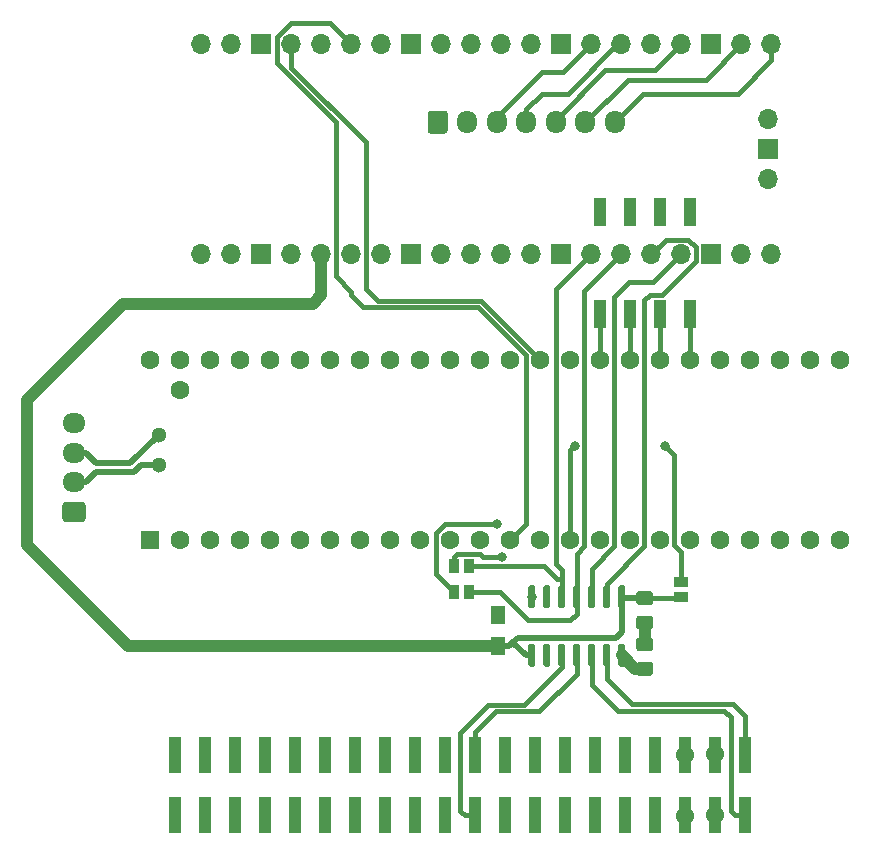
<source format=gbr>
G04 #@! TF.GenerationSoftware,KiCad,Pcbnew,(5.1.10)-1*
G04 #@! TF.CreationDate,2022-01-18T01:08:42+10:00*
G04 #@! TF.ProjectId,RedPyKeeb_MCU,52656450-794b-4656-9562-5f4d43552e6b,rev?*
G04 #@! TF.SameCoordinates,Original*
G04 #@! TF.FileFunction,Copper,L1,Top*
G04 #@! TF.FilePolarity,Positive*
%FSLAX46Y46*%
G04 Gerber Fmt 4.6, Leading zero omitted, Abs format (unit mm)*
G04 Created by KiCad (PCBNEW (5.1.10)-1) date 2022-01-18 01:08:42*
%MOMM*%
%LPD*%
G01*
G04 APERTURE LIST*
G04 #@! TA.AperFunction,SMDPad,CuDef*
%ADD10R,1.000000X3.150000*%
G04 #@! TD*
G04 #@! TA.AperFunction,ComponentPad*
%ADD11C,1.600000*%
G04 #@! TD*
G04 #@! TA.AperFunction,ComponentPad*
%ADD12R,1.600000X1.600000*%
G04 #@! TD*
G04 #@! TA.AperFunction,ComponentPad*
%ADD13C,1.300000*%
G04 #@! TD*
G04 #@! TA.AperFunction,SMDPad,CuDef*
%ADD14R,1.300000X1.500000*%
G04 #@! TD*
G04 #@! TA.AperFunction,ComponentPad*
%ADD15O,1.700000X1.950000*%
G04 #@! TD*
G04 #@! TA.AperFunction,ComponentPad*
%ADD16O,1.950000X1.700000*%
G04 #@! TD*
G04 #@! TA.AperFunction,ComponentPad*
%ADD17O,1.700000X1.700000*%
G04 #@! TD*
G04 #@! TA.AperFunction,ComponentPad*
%ADD18R,1.700000X1.700000*%
G04 #@! TD*
G04 #@! TA.AperFunction,SMDPad,CuDef*
%ADD19R,1.120000X2.440000*%
G04 #@! TD*
G04 #@! TA.AperFunction,SMDPad,CuDef*
%ADD20R,0.970000X1.270000*%
G04 #@! TD*
G04 #@! TA.AperFunction,SMDPad,CuDef*
%ADD21R,1.270000X0.970000*%
G04 #@! TD*
G04 #@! TA.AperFunction,ViaPad*
%ADD22C,0.800000*%
G04 #@! TD*
G04 #@! TA.AperFunction,ViaPad*
%ADD23C,1.524000*%
G04 #@! TD*
G04 #@! TA.AperFunction,Conductor*
%ADD24C,1.016000*%
G04 #@! TD*
G04 #@! TA.AperFunction,Conductor*
%ADD25C,0.381000*%
G04 #@! TD*
G04 #@! TA.AperFunction,Conductor*
%ADD26C,0.508000*%
G04 #@! TD*
G04 APERTURE END LIST*
D10*
X76150000Y-87275000D03*
X76150000Y-82225000D03*
X81230000Y-82225240D03*
X78690000Y-82225000D03*
X78690000Y-87275000D03*
X73610000Y-87275000D03*
X68530000Y-87275000D03*
X71070000Y-87275000D03*
X73610000Y-82225000D03*
X81230000Y-87275000D03*
X60910000Y-87275000D03*
X65990000Y-87275000D03*
X65990000Y-82225000D03*
X63450000Y-82225000D03*
X60910000Y-82225000D03*
X40590000Y-82225000D03*
X53290000Y-82225000D03*
X55830000Y-87275000D03*
X45670000Y-87275000D03*
X43130000Y-82225000D03*
X38050000Y-87275000D03*
X55830000Y-82225000D03*
X53290000Y-87275000D03*
X38050000Y-82225000D03*
X50750000Y-82225000D03*
X58370000Y-87275000D03*
X45670000Y-82225000D03*
X58370000Y-82225000D03*
X48210000Y-87275000D03*
X48210000Y-82225000D03*
X35510000Y-87275000D03*
X35510000Y-82225000D03*
X63450000Y-87275000D03*
X43130000Y-87275000D03*
X40590000Y-87275000D03*
X68530000Y-82225000D03*
X32970000Y-87275000D03*
X32970000Y-82225240D03*
X71070000Y-82225000D03*
X50750000Y-87275000D03*
D11*
X33395000Y-51252000D03*
X30855000Y-48712000D03*
X33395000Y-48712000D03*
X35935000Y-48712000D03*
X38475000Y-48712000D03*
X41015000Y-48712000D03*
X43555000Y-48712000D03*
X46095000Y-48712000D03*
X48635000Y-48712000D03*
X51175000Y-48712000D03*
X53715000Y-48712000D03*
X56255000Y-48712000D03*
X58795000Y-48712000D03*
X61335000Y-48712000D03*
X63875000Y-48712000D03*
D12*
X30855000Y-63952000D03*
D11*
X33395000Y-63952000D03*
X35935000Y-63952000D03*
X38475000Y-63952000D03*
X41015000Y-63952000D03*
X43555000Y-63952000D03*
X46095000Y-63952000D03*
X48635000Y-63952000D03*
X51175000Y-63952000D03*
X53715000Y-63952000D03*
X56255000Y-63952000D03*
X58795000Y-63952000D03*
X61335000Y-63952000D03*
X66415000Y-48712000D03*
X68955000Y-48712000D03*
X71495000Y-48712000D03*
X74035000Y-48712000D03*
X76575000Y-48712000D03*
X79115000Y-48712000D03*
X81655000Y-48712000D03*
X84195000Y-48712000D03*
X86735000Y-48712000D03*
X89275000Y-48712000D03*
X89275000Y-63952000D03*
X86735000Y-63952000D03*
X84195000Y-63952000D03*
X81655000Y-63952000D03*
X63875000Y-63952000D03*
X66415000Y-63952000D03*
X68955000Y-63952000D03*
X79115000Y-63952000D03*
X76575000Y-63952000D03*
X74035000Y-63952000D03*
X71495000Y-63952000D03*
D13*
X31585000Y-57602000D03*
X31585000Y-55062000D03*
D14*
X60268200Y-72994400D03*
X60268200Y-70294400D03*
G04 #@! TA.AperFunction,SMDPad,CuDef*
G36*
G01*
X70633800Y-72767200D02*
X70933800Y-72767200D01*
G75*
G02*
X71083800Y-72917200I0J-150000D01*
G01*
X71083800Y-74567200D01*
G75*
G02*
X70933800Y-74717200I-150000J0D01*
G01*
X70633800Y-74717200D01*
G75*
G02*
X70483800Y-74567200I0J150000D01*
G01*
X70483800Y-72917200D01*
G75*
G02*
X70633800Y-72767200I150000J0D01*
G01*
G37*
G04 #@! TD.AperFunction*
G04 #@! TA.AperFunction,SMDPad,CuDef*
G36*
G01*
X69363800Y-72767200D02*
X69663800Y-72767200D01*
G75*
G02*
X69813800Y-72917200I0J-150000D01*
G01*
X69813800Y-74567200D01*
G75*
G02*
X69663800Y-74717200I-150000J0D01*
G01*
X69363800Y-74717200D01*
G75*
G02*
X69213800Y-74567200I0J150000D01*
G01*
X69213800Y-72917200D01*
G75*
G02*
X69363800Y-72767200I150000J0D01*
G01*
G37*
G04 #@! TD.AperFunction*
G04 #@! TA.AperFunction,SMDPad,CuDef*
G36*
G01*
X68093800Y-72767200D02*
X68393800Y-72767200D01*
G75*
G02*
X68543800Y-72917200I0J-150000D01*
G01*
X68543800Y-74567200D01*
G75*
G02*
X68393800Y-74717200I-150000J0D01*
G01*
X68093800Y-74717200D01*
G75*
G02*
X67943800Y-74567200I0J150000D01*
G01*
X67943800Y-72917200D01*
G75*
G02*
X68093800Y-72767200I150000J0D01*
G01*
G37*
G04 #@! TD.AperFunction*
G04 #@! TA.AperFunction,SMDPad,CuDef*
G36*
G01*
X66823800Y-72767200D02*
X67123800Y-72767200D01*
G75*
G02*
X67273800Y-72917200I0J-150000D01*
G01*
X67273800Y-74567200D01*
G75*
G02*
X67123800Y-74717200I-150000J0D01*
G01*
X66823800Y-74717200D01*
G75*
G02*
X66673800Y-74567200I0J150000D01*
G01*
X66673800Y-72917200D01*
G75*
G02*
X66823800Y-72767200I150000J0D01*
G01*
G37*
G04 #@! TD.AperFunction*
G04 #@! TA.AperFunction,SMDPad,CuDef*
G36*
G01*
X65553800Y-72767200D02*
X65853800Y-72767200D01*
G75*
G02*
X66003800Y-72917200I0J-150000D01*
G01*
X66003800Y-74567200D01*
G75*
G02*
X65853800Y-74717200I-150000J0D01*
G01*
X65553800Y-74717200D01*
G75*
G02*
X65403800Y-74567200I0J150000D01*
G01*
X65403800Y-72917200D01*
G75*
G02*
X65553800Y-72767200I150000J0D01*
G01*
G37*
G04 #@! TD.AperFunction*
G04 #@! TA.AperFunction,SMDPad,CuDef*
G36*
G01*
X64283800Y-72767200D02*
X64583800Y-72767200D01*
G75*
G02*
X64733800Y-72917200I0J-150000D01*
G01*
X64733800Y-74567200D01*
G75*
G02*
X64583800Y-74717200I-150000J0D01*
G01*
X64283800Y-74717200D01*
G75*
G02*
X64133800Y-74567200I0J150000D01*
G01*
X64133800Y-72917200D01*
G75*
G02*
X64283800Y-72767200I150000J0D01*
G01*
G37*
G04 #@! TD.AperFunction*
G04 #@! TA.AperFunction,SMDPad,CuDef*
G36*
G01*
X63013800Y-72767200D02*
X63313800Y-72767200D01*
G75*
G02*
X63463800Y-72917200I0J-150000D01*
G01*
X63463800Y-74567200D01*
G75*
G02*
X63313800Y-74717200I-150000J0D01*
G01*
X63013800Y-74717200D01*
G75*
G02*
X62863800Y-74567200I0J150000D01*
G01*
X62863800Y-72917200D01*
G75*
G02*
X63013800Y-72767200I150000J0D01*
G01*
G37*
G04 #@! TD.AperFunction*
G04 #@! TA.AperFunction,SMDPad,CuDef*
G36*
G01*
X63013800Y-67817200D02*
X63313800Y-67817200D01*
G75*
G02*
X63463800Y-67967200I0J-150000D01*
G01*
X63463800Y-69617200D01*
G75*
G02*
X63313800Y-69767200I-150000J0D01*
G01*
X63013800Y-69767200D01*
G75*
G02*
X62863800Y-69617200I0J150000D01*
G01*
X62863800Y-67967200D01*
G75*
G02*
X63013800Y-67817200I150000J0D01*
G01*
G37*
G04 #@! TD.AperFunction*
G04 #@! TA.AperFunction,SMDPad,CuDef*
G36*
G01*
X64283800Y-67817200D02*
X64583800Y-67817200D01*
G75*
G02*
X64733800Y-67967200I0J-150000D01*
G01*
X64733800Y-69617200D01*
G75*
G02*
X64583800Y-69767200I-150000J0D01*
G01*
X64283800Y-69767200D01*
G75*
G02*
X64133800Y-69617200I0J150000D01*
G01*
X64133800Y-67967200D01*
G75*
G02*
X64283800Y-67817200I150000J0D01*
G01*
G37*
G04 #@! TD.AperFunction*
G04 #@! TA.AperFunction,SMDPad,CuDef*
G36*
G01*
X65553800Y-67817200D02*
X65853800Y-67817200D01*
G75*
G02*
X66003800Y-67967200I0J-150000D01*
G01*
X66003800Y-69617200D01*
G75*
G02*
X65853800Y-69767200I-150000J0D01*
G01*
X65553800Y-69767200D01*
G75*
G02*
X65403800Y-69617200I0J150000D01*
G01*
X65403800Y-67967200D01*
G75*
G02*
X65553800Y-67817200I150000J0D01*
G01*
G37*
G04 #@! TD.AperFunction*
G04 #@! TA.AperFunction,SMDPad,CuDef*
G36*
G01*
X66823800Y-67817200D02*
X67123800Y-67817200D01*
G75*
G02*
X67273800Y-67967200I0J-150000D01*
G01*
X67273800Y-69617200D01*
G75*
G02*
X67123800Y-69767200I-150000J0D01*
G01*
X66823800Y-69767200D01*
G75*
G02*
X66673800Y-69617200I0J150000D01*
G01*
X66673800Y-67967200D01*
G75*
G02*
X66823800Y-67817200I150000J0D01*
G01*
G37*
G04 #@! TD.AperFunction*
G04 #@! TA.AperFunction,SMDPad,CuDef*
G36*
G01*
X68093800Y-67817200D02*
X68393800Y-67817200D01*
G75*
G02*
X68543800Y-67967200I0J-150000D01*
G01*
X68543800Y-69617200D01*
G75*
G02*
X68393800Y-69767200I-150000J0D01*
G01*
X68093800Y-69767200D01*
G75*
G02*
X67943800Y-69617200I0J150000D01*
G01*
X67943800Y-67967200D01*
G75*
G02*
X68093800Y-67817200I150000J0D01*
G01*
G37*
G04 #@! TD.AperFunction*
G04 #@! TA.AperFunction,SMDPad,CuDef*
G36*
G01*
X69363800Y-67817200D02*
X69663800Y-67817200D01*
G75*
G02*
X69813800Y-67967200I0J-150000D01*
G01*
X69813800Y-69617200D01*
G75*
G02*
X69663800Y-69767200I-150000J0D01*
G01*
X69363800Y-69767200D01*
G75*
G02*
X69213800Y-69617200I0J150000D01*
G01*
X69213800Y-67967200D01*
G75*
G02*
X69363800Y-67817200I150000J0D01*
G01*
G37*
G04 #@! TD.AperFunction*
G04 #@! TA.AperFunction,SMDPad,CuDef*
G36*
G01*
X70633800Y-67817200D02*
X70933800Y-67817200D01*
G75*
G02*
X71083800Y-67967200I0J-150000D01*
G01*
X71083800Y-69617200D01*
G75*
G02*
X70933800Y-69767200I-150000J0D01*
G01*
X70633800Y-69767200D01*
G75*
G02*
X70483800Y-69617200I0J150000D01*
G01*
X70483800Y-67967200D01*
G75*
G02*
X70633800Y-67817200I150000J0D01*
G01*
G37*
G04 #@! TD.AperFunction*
D15*
X70200000Y-28600000D03*
X67700000Y-28600000D03*
X65200000Y-28600000D03*
X62700000Y-28600000D03*
X60200000Y-28600000D03*
X57700000Y-28600000D03*
G04 #@! TA.AperFunction,ComponentPad*
G36*
G01*
X54350000Y-29325000D02*
X54350000Y-27875000D01*
G75*
G02*
X54600000Y-27625000I250000J0D01*
G01*
X55800000Y-27625000D01*
G75*
G02*
X56050000Y-27875000I0J-250000D01*
G01*
X56050000Y-29325000D01*
G75*
G02*
X55800000Y-29575000I-250000J0D01*
G01*
X54600000Y-29575000D01*
G75*
G02*
X54350000Y-29325000I0J250000D01*
G01*
G37*
G04 #@! TD.AperFunction*
D16*
X24403400Y-54115200D03*
X24403400Y-56615200D03*
X24403400Y-59115200D03*
G04 #@! TA.AperFunction,ComponentPad*
G36*
G01*
X25128400Y-62465200D02*
X23678400Y-62465200D01*
G75*
G02*
X23428400Y-62215200I0J250000D01*
G01*
X23428400Y-61015200D01*
G75*
G02*
X23678400Y-60765200I250000J0D01*
G01*
X25128400Y-60765200D01*
G75*
G02*
X25378400Y-61015200I0J-250000D01*
G01*
X25378400Y-62215200D01*
G75*
G02*
X25128400Y-62465200I-250000J0D01*
G01*
G37*
G04 #@! TD.AperFunction*
G04 #@! TA.AperFunction,SMDPad,CuDef*
G36*
G01*
X72239200Y-72233000D02*
X73189200Y-72233000D01*
G75*
G02*
X73439200Y-72483000I0J-250000D01*
G01*
X73439200Y-73158000D01*
G75*
G02*
X73189200Y-73408000I-250000J0D01*
G01*
X72239200Y-73408000D01*
G75*
G02*
X71989200Y-73158000I0J250000D01*
G01*
X71989200Y-72483000D01*
G75*
G02*
X72239200Y-72233000I250000J0D01*
G01*
G37*
G04 #@! TD.AperFunction*
G04 #@! TA.AperFunction,SMDPad,CuDef*
G36*
G01*
X72239200Y-74308000D02*
X73189200Y-74308000D01*
G75*
G02*
X73439200Y-74558000I0J-250000D01*
G01*
X73439200Y-75233000D01*
G75*
G02*
X73189200Y-75483000I-250000J0D01*
G01*
X72239200Y-75483000D01*
G75*
G02*
X71989200Y-75233000I0J250000D01*
G01*
X71989200Y-74558000D01*
G75*
G02*
X72239200Y-74308000I250000J0D01*
G01*
G37*
G04 #@! TD.AperFunction*
G04 #@! TA.AperFunction,SMDPad,CuDef*
G36*
G01*
X73189200Y-69496400D02*
X72239200Y-69496400D01*
G75*
G02*
X71989200Y-69246400I0J250000D01*
G01*
X71989200Y-68571400D01*
G75*
G02*
X72239200Y-68321400I250000J0D01*
G01*
X73189200Y-68321400D01*
G75*
G02*
X73439200Y-68571400I0J-250000D01*
G01*
X73439200Y-69246400D01*
G75*
G02*
X73189200Y-69496400I-250000J0D01*
G01*
G37*
G04 #@! TD.AperFunction*
G04 #@! TA.AperFunction,SMDPad,CuDef*
G36*
G01*
X73189200Y-71571400D02*
X72239200Y-71571400D01*
G75*
G02*
X71989200Y-71321400I0J250000D01*
G01*
X71989200Y-70646400D01*
G75*
G02*
X72239200Y-70396400I250000J0D01*
G01*
X73189200Y-70396400D01*
G75*
G02*
X73439200Y-70646400I0J-250000D01*
G01*
X73439200Y-71321400D01*
G75*
G02*
X73189200Y-71571400I-250000J0D01*
G01*
G37*
G04 #@! TD.AperFunction*
D17*
X83200000Y-33440000D03*
D18*
X83200000Y-30900000D03*
D17*
X83200000Y-28360000D03*
X35170000Y-39790000D03*
X37710000Y-39790000D03*
D18*
X40250000Y-39790000D03*
D17*
X42790000Y-39790000D03*
X45330000Y-39790000D03*
X47870000Y-39790000D03*
X50410000Y-39790000D03*
D18*
X52950000Y-39790000D03*
D17*
X55490000Y-39790000D03*
X58030000Y-39790000D03*
X60570000Y-39790000D03*
X63110000Y-39790000D03*
D18*
X65650000Y-39790000D03*
D17*
X68190000Y-39790000D03*
X70730000Y-39790000D03*
X73270000Y-39790000D03*
X75810000Y-39790000D03*
D18*
X78350000Y-39790000D03*
D17*
X80890000Y-39790000D03*
X83430000Y-39790000D03*
X83430000Y-22010000D03*
X80890000Y-22010000D03*
D18*
X78350000Y-22010000D03*
D17*
X75810000Y-22010000D03*
X73270000Y-22010000D03*
X70730000Y-22010000D03*
X68190000Y-22010000D03*
D18*
X65650000Y-22010000D03*
D17*
X63110000Y-22010000D03*
X60570000Y-22010000D03*
X58030000Y-22010000D03*
X55490000Y-22010000D03*
D18*
X52950000Y-22010000D03*
D17*
X50410000Y-22010000D03*
X47870000Y-22010000D03*
X45330000Y-22010000D03*
X42790000Y-22010000D03*
D18*
X40250000Y-22010000D03*
D17*
X37710000Y-22010000D03*
X35170000Y-22010000D03*
D19*
X76575000Y-44838200D03*
X68955000Y-36228200D03*
X74035000Y-44838200D03*
X71495000Y-36228200D03*
X71495000Y-44838200D03*
X74035000Y-36228200D03*
X68955000Y-44838200D03*
X76575000Y-36228200D03*
D20*
X56560000Y-66200000D03*
X57840000Y-66200000D03*
X57840000Y-68400000D03*
X56560000Y-68400000D03*
D21*
X75800000Y-67520000D03*
X75800000Y-68800000D03*
D22*
X40590000Y-82225000D03*
X60217400Y-70302000D03*
X72714200Y-70962400D03*
X63163800Y-68778000D03*
D23*
X76137300Y-87340800D03*
X76150000Y-82197300D03*
D22*
X48210000Y-87275000D03*
X48210000Y-82225000D03*
X45670000Y-87275000D03*
X45670000Y-82225000D03*
X43130000Y-87275000D03*
X43130000Y-82225000D03*
X40590000Y-87275000D03*
X50750000Y-82225000D03*
X50750000Y-87275000D03*
X53290000Y-82225000D03*
X53290000Y-87275000D03*
X55830000Y-82225000D03*
X55830000Y-87275000D03*
X60910000Y-82225000D03*
X68530000Y-82225000D03*
X65990000Y-87275000D03*
X65990000Y-82225000D03*
X63450000Y-87275000D03*
X63450000Y-82225000D03*
X60910000Y-87275000D03*
X58370000Y-87275000D03*
X58370000Y-82130000D03*
X72714200Y-74895500D03*
D23*
X78715400Y-82146500D03*
X78690000Y-87302700D03*
D22*
X38050000Y-87275000D03*
X38050000Y-82225000D03*
X35510000Y-87275000D03*
X35510000Y-82225000D03*
X32970000Y-87275000D03*
X32970000Y-82225000D03*
X68530000Y-87275000D03*
X81230000Y-87275000D03*
X81242700Y-82222700D03*
X74400000Y-56000000D03*
X66800000Y-56000000D03*
X71100000Y-82200000D03*
X71100000Y-87300000D03*
X73600000Y-82200000D03*
X73600000Y-87300000D03*
X68971800Y-36228200D03*
X71495000Y-36228200D03*
X74035000Y-36228200D03*
X76575000Y-36228200D03*
X74035000Y-44838200D03*
X76575000Y-44838200D03*
X71495000Y-44838200D03*
X68955000Y-44838200D03*
X60600000Y-65400000D03*
X60200000Y-62600000D03*
D24*
X72714200Y-70962400D02*
X72714200Y-72820500D01*
D25*
X65703800Y-73742200D02*
X65703800Y-74717200D01*
X65703800Y-74717200D02*
X62502010Y-77918990D01*
X62502010Y-77918990D02*
X59481010Y-77918990D01*
X59481010Y-77918990D02*
X57100000Y-80300000D01*
X57100000Y-80300000D02*
X57100000Y-86900000D01*
X57475000Y-87275000D02*
X57100000Y-86900000D01*
X58370000Y-87275000D02*
X57475000Y-87275000D01*
X66973800Y-73742200D02*
X66973800Y-75326200D01*
X63800000Y-78500000D02*
X66973800Y-75326200D01*
X60100000Y-78500000D02*
X63800000Y-78500000D01*
X58370000Y-80230000D02*
X60100000Y-78500000D01*
X58370000Y-82225000D02*
X58370000Y-80230000D01*
X58370000Y-82130000D02*
X58370000Y-80230000D01*
X60100000Y-78500000D02*
X61534315Y-78500000D01*
X66973800Y-75326200D02*
X66973800Y-74747872D01*
D24*
X71937100Y-74895500D02*
X72714200Y-74895500D01*
X70783800Y-73742200D02*
X71937100Y-74895500D01*
D26*
X29474774Y-58244200D02*
X30116974Y-57602000D01*
X26249400Y-58244200D02*
X29474774Y-58244200D01*
X30116974Y-57602000D02*
X31585000Y-57602000D01*
X25378400Y-59115200D02*
X26249400Y-58244200D01*
X24403400Y-59115200D02*
X25378400Y-59115200D01*
X29160800Y-57486200D02*
X31585000Y-55062000D01*
X25378400Y-56615200D02*
X26249400Y-57486200D01*
X24403400Y-56615200D02*
X25378400Y-56615200D01*
X26249400Y-57486200D02*
X29160800Y-57486200D01*
D25*
X65800000Y-24400000D02*
X68190000Y-22010000D01*
X60200000Y-28200000D02*
X64000000Y-24400000D01*
X60200000Y-28600000D02*
X60200000Y-28200000D01*
X64000000Y-24400000D02*
X65800000Y-24400000D01*
X62700000Y-28600000D02*
X62700000Y-27500000D01*
X70730000Y-22010000D02*
X70390000Y-22010000D01*
X66200000Y-26200000D02*
X64000000Y-26200000D01*
X70390000Y-22010000D02*
X66200000Y-26200000D01*
X62700000Y-27500000D02*
X64000000Y-26200000D01*
X83430000Y-22010000D02*
X83430000Y-23370000D01*
X83430000Y-23370000D02*
X80600000Y-26200000D01*
X72600000Y-26200000D02*
X70200000Y-28600000D01*
X80600000Y-26200000D02*
X72600000Y-26200000D01*
X80890000Y-22010000D02*
X77900000Y-25000000D01*
X71300000Y-25000000D02*
X67700000Y-28600000D01*
X77900000Y-25000000D02*
X71300000Y-25000000D01*
X75810000Y-22010000D02*
X73620000Y-24200000D01*
X73620000Y-24200000D02*
X69400000Y-24200000D01*
X65200000Y-28400000D02*
X65200000Y-28600000D01*
X69400000Y-24200000D02*
X65200000Y-28400000D01*
X68243800Y-76243800D02*
X68243800Y-73742200D01*
X70450000Y-78450000D02*
X68243800Y-76243800D01*
X79450000Y-78450000D02*
X70450000Y-78450000D01*
X79450000Y-78450000D02*
X80000000Y-79000000D01*
X80000000Y-79000000D02*
X80000000Y-86900000D01*
X80375000Y-87275000D02*
X81230000Y-87275000D01*
X80000000Y-86900000D02*
X80375000Y-87275000D01*
X69513800Y-73742200D02*
X69513800Y-75763800D01*
X69513800Y-75763800D02*
X71618990Y-77868990D01*
X71618990Y-77868990D02*
X80216390Y-77868990D01*
X81230000Y-78882600D02*
X81230000Y-82225240D01*
X80216390Y-77868990D02*
X81230000Y-78882600D01*
X75225501Y-64425501D02*
X75225501Y-56825501D01*
X75800000Y-65000000D02*
X75225501Y-64425501D01*
X75800000Y-67520000D02*
X75800000Y-65000000D01*
X75225501Y-56825501D02*
X74400000Y-56000000D01*
X66415000Y-56385000D02*
X66800000Y-56000000D01*
X66415000Y-63952000D02*
X66415000Y-56385000D01*
X74510501Y-38549499D02*
X73270000Y-39790000D01*
X77050501Y-39194559D02*
X76405441Y-38549499D01*
X74208243Y-43227699D02*
X77050501Y-40385441D01*
X77050501Y-40385441D02*
X77050501Y-39194559D01*
X73162599Y-43227699D02*
X74208243Y-43227699D01*
X72685501Y-43704797D02*
X73162599Y-43227699D01*
X76405441Y-38549499D02*
X74510501Y-38549499D01*
X72685501Y-64523441D02*
X72685501Y-43704797D01*
X69513800Y-67695142D02*
X72685501Y-64523441D01*
X69513800Y-68792200D02*
X69513800Y-67695142D01*
X68243800Y-66425142D02*
X70145501Y-64523441D01*
X70145501Y-64523441D02*
X70145501Y-43408403D01*
X68243800Y-68792200D02*
X68243800Y-66425142D01*
X73458107Y-42141893D02*
X75810000Y-39790000D01*
X71412011Y-42141893D02*
X73458107Y-42141893D01*
X70145501Y-43408403D02*
X71412011Y-42141893D01*
X67605501Y-64510800D02*
X67605501Y-42914499D01*
X66973800Y-65142501D02*
X67605501Y-64510800D01*
X66973800Y-68792200D02*
X66973800Y-65142501D01*
X67605501Y-42914499D02*
X70730000Y-39790000D01*
X60476702Y-68400000D02*
X62876702Y-70800000D01*
X57840000Y-68400000D02*
X60476702Y-68400000D01*
X62876702Y-70800000D02*
X66400000Y-70800000D01*
X66973800Y-70226200D02*
X66973800Y-68792200D01*
X66400000Y-70800000D02*
X66973800Y-70226200D01*
X65703800Y-66503800D02*
X65224499Y-66024499D01*
X65224499Y-66024499D02*
X65224499Y-42755501D01*
X65224499Y-42755501D02*
X68190000Y-39790000D01*
X57840000Y-66200000D02*
X64200000Y-66200000D01*
X65296200Y-67296200D02*
X65703800Y-67296200D01*
X64200000Y-66200000D02*
X65296200Y-67296200D01*
X65703800Y-67296200D02*
X65703800Y-66503800D01*
X65703800Y-68792200D02*
X65703800Y-67296200D01*
X74035000Y-44838200D02*
X74035000Y-48712000D01*
X76575000Y-44838200D02*
X76575000Y-48712000D01*
X71495000Y-44838200D02*
X71495000Y-48712000D01*
X68955000Y-44838200D02*
X68955000Y-48712000D01*
X58881500Y-43718500D02*
X63875000Y-48712000D01*
X50135598Y-43718500D02*
X58881500Y-43718500D01*
X49110501Y-30310501D02*
X49110501Y-42693403D01*
X49110501Y-42693403D02*
X50135598Y-43718500D01*
X42790000Y-23990000D02*
X42790000Y-22010000D01*
X49110501Y-30310501D02*
X42790000Y-23990000D01*
X62684499Y-62602501D02*
X61335000Y-63952000D01*
X58640838Y-44299510D02*
X62684499Y-48343171D01*
X48899510Y-44299510D02*
X58640838Y-44299510D01*
X47870000Y-43270000D02*
X48899510Y-44299510D01*
X62684499Y-48343171D02*
X62684499Y-62602501D01*
X41549499Y-23571171D02*
X41549499Y-21414559D01*
X46570501Y-28592173D02*
X41549499Y-23571171D01*
X46570501Y-41675561D02*
X46570501Y-28592173D01*
X47870000Y-42975060D02*
X46570501Y-41675561D01*
X41549499Y-21414559D02*
X42764058Y-20200000D01*
X47870000Y-43270000D02*
X47870000Y-42975060D01*
X46060000Y-20200000D02*
X47870000Y-22010000D01*
X42764058Y-20200000D02*
X46060000Y-20200000D01*
D26*
X70900500Y-68908900D02*
X70783800Y-68792200D01*
X72714200Y-68908900D02*
X70900500Y-68908900D01*
X70296610Y-72262390D02*
X70783800Y-71775200D01*
X61965410Y-72262390D02*
X70296610Y-72262390D01*
X70783800Y-71775200D02*
X70783800Y-68792200D01*
X61589000Y-72689600D02*
X62641600Y-73742200D01*
X61589000Y-72638800D02*
X61589000Y-72689600D01*
X61965410Y-72262390D02*
X61589000Y-72638800D01*
X61589000Y-72638800D02*
X61233400Y-72994400D01*
X61233400Y-72994400D02*
X60268200Y-72994400D01*
X62641600Y-73742200D02*
X63163800Y-73742200D01*
D25*
X75691100Y-68908900D02*
X75800000Y-68800000D01*
X72714200Y-68908900D02*
X75691100Y-68908900D01*
D24*
X28994400Y-72994400D02*
X60268200Y-72994400D01*
X20400000Y-64400000D02*
X28994400Y-72994400D01*
X20400000Y-52157098D02*
X20400000Y-64400000D01*
X28578549Y-43978549D02*
X20400000Y-52157098D01*
X44621451Y-43978549D02*
X28578549Y-43978549D01*
X45330000Y-43270000D02*
X44621451Y-43978549D01*
X45330000Y-39790000D02*
X45330000Y-43270000D01*
D25*
X59000000Y-65400000D02*
X58742501Y-65142501D01*
X60600000Y-65400000D02*
X59000000Y-65400000D01*
X56560000Y-66200000D02*
X56560000Y-65440000D01*
X56560000Y-65440000D02*
X56857499Y-65142501D01*
X56857499Y-65142501D02*
X58742501Y-65142501D01*
X55064499Y-63380559D02*
X55845058Y-62600000D01*
X55064499Y-66904499D02*
X55064499Y-63380559D01*
X56560000Y-68400000D02*
X55064499Y-66904499D01*
X55845058Y-62600000D02*
X60200000Y-62600000D01*
M02*

</source>
